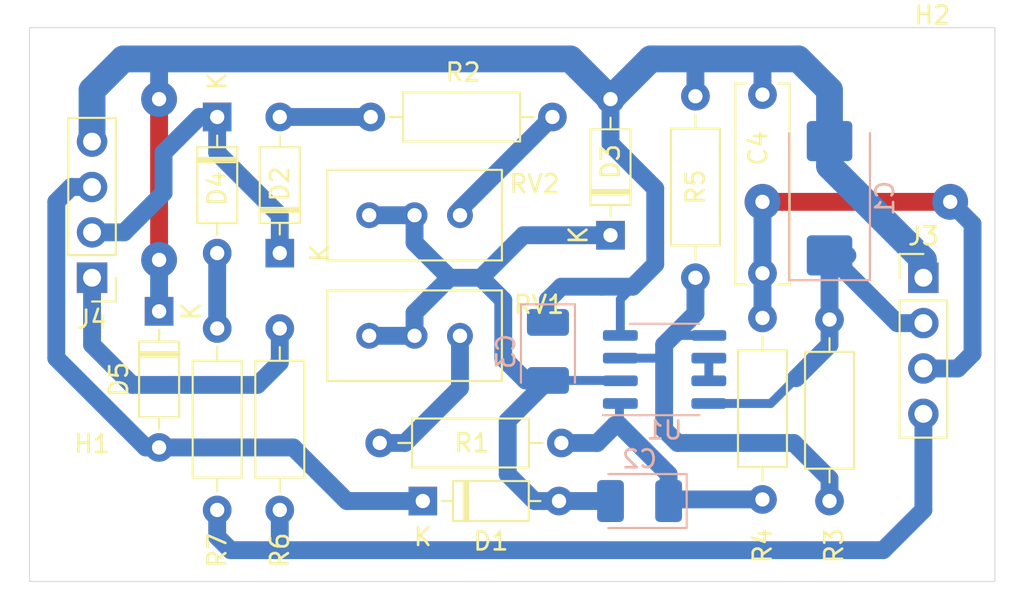
<source format=kicad_pcb>
(kicad_pcb (version 20171130) (host pcbnew "(5.1.12)-1")

  (general
    (thickness 1.6)
    (drawings 4)
    (tracks 141)
    (zones 0)
    (modules 23)
    (nets 16)
  )

  (page A4)
  (layers
    (0 F.Cu signal)
    (31 B.Cu signal)
    (32 B.Adhes user)
    (33 F.Adhes user)
    (34 B.Paste user)
    (35 F.Paste user)
    (36 B.SilkS user)
    (37 F.SilkS user)
    (38 B.Mask user)
    (39 F.Mask user)
    (40 Dwgs.User user)
    (41 Cmts.User user)
    (42 Eco1.User user)
    (43 Eco2.User user)
    (44 Edge.Cuts user)
    (45 Margin user)
    (46 B.CrtYd user)
    (47 F.CrtYd user)
    (48 B.Fab user)
    (49 F.Fab user)
  )

  (setup
    (last_trace_width 0.5)
    (user_trace_width 0.5)
    (user_trace_width 1)
    (user_trace_width 1.5)
    (user_trace_width 2)
    (trace_clearance 0.2)
    (zone_clearance 0.508)
    (zone_45_only no)
    (trace_min 0.2)
    (via_size 0.8)
    (via_drill 0.4)
    (via_min_size 0.4)
    (via_min_drill 0.3)
    (user_via 1 0.8)
    (user_via 2 0.8)
    (uvia_size 0.3)
    (uvia_drill 0.1)
    (uvias_allowed no)
    (uvia_min_size 0.2)
    (uvia_min_drill 0.1)
    (edge_width 0.05)
    (segment_width 0.2)
    (pcb_text_width 0.3)
    (pcb_text_size 1.5 1.5)
    (mod_edge_width 0.12)
    (mod_text_size 1 1)
    (mod_text_width 0.15)
    (pad_size 1.524 1.524)
    (pad_drill 0.762)
    (pad_to_mask_clearance 0)
    (aux_axis_origin 0 0)
    (visible_elements FFFFFF7F)
    (pcbplotparams
      (layerselection 0x010fc_ffffffff)
      (usegerberextensions false)
      (usegerberattributes true)
      (usegerberadvancedattributes true)
      (creategerberjobfile true)
      (excludeedgelayer true)
      (linewidth 0.100000)
      (plotframeref false)
      (viasonmask false)
      (mode 1)
      (useauxorigin false)
      (hpglpennumber 1)
      (hpglpenspeed 20)
      (hpglpendiameter 15.000000)
      (psnegative false)
      (psa4output false)
      (plotreference true)
      (plotvalue true)
      (plotinvisibletext false)
      (padsonsilk false)
      (subtractmaskfromsilk false)
      (outputformat 1)
      (mirror false)
      (drillshape 1)
      (scaleselection 1)
      (outputdirectory ""))
  )

  (net 0 "")
  (net 1 GND)
  (net 2 /Vcc)
  (net 3 "Net-(C2-Pad2)")
  (net 4 "Net-(C2-Pad1)")
  (net 5 "Net-(C4-Pad1)")
  (net 6 "Net-(D1-Pad1)")
  (net 7 "Net-(D2-Pad2)")
  (net 8 "Net-(D2-Pad1)")
  (net 9 "Net-(D4-Pad2)")
  (net 10 "Net-(J3-Pad4)")
  (net 11 "Net-(J4-Pad1)")
  (net 12 "Net-(R1-Pad2)")
  (net 13 "Net-(R2-Pad1)")
  (net 14 "Net-(R3-Pad2)")
  (net 15 "Net-(U1-Pad6)")

  (net_class Default "This is the default net class."
    (clearance 0.2)
    (trace_width 0.25)
    (via_dia 0.8)
    (via_drill 0.4)
    (uvia_dia 0.3)
    (uvia_drill 0.1)
    (add_net /Vcc)
    (add_net GND)
    (add_net "Net-(C2-Pad1)")
    (add_net "Net-(C2-Pad2)")
    (add_net "Net-(C4-Pad1)")
    (add_net "Net-(D1-Pad1)")
    (add_net "Net-(D2-Pad1)")
    (add_net "Net-(D2-Pad2)")
    (add_net "Net-(D4-Pad2)")
    (add_net "Net-(J3-Pad4)")
    (add_net "Net-(J4-Pad1)")
    (add_net "Net-(R1-Pad2)")
    (add_net "Net-(R2-Pad1)")
    (add_net "Net-(R3-Pad2)")
    (add_net "Net-(U1-Pad6)")
  )

  (module Package_SO:SOIC-8_3.9x4.9mm_P1.27mm (layer B.Cu) (tedit 5D9F72B1) (tstamp 61BF6B30)
    (at 75.525 49.135)
    (descr "SOIC, 8 Pin (JEDEC MS-012AA, https://www.analog.com/media/en/package-pcb-resources/package/pkg_pdf/soic_narrow-r/r_8.pdf), generated with kicad-footprint-generator ipc_gullwing_generator.py")
    (tags "SOIC SO")
    (path /61BF1185)
    (attr smd)
    (fp_text reference U1 (at 0 3.4) (layer B.SilkS)
      (effects (font (size 1 1) (thickness 0.15)) (justify mirror))
    )
    (fp_text value MCP6002-xMS (at 0 -3.4) (layer B.Fab)
      (effects (font (size 1 1) (thickness 0.15)) (justify mirror))
    )
    (fp_text user %R (at 0 0) (layer B.Fab)
      (effects (font (size 0.98 0.98) (thickness 0.15)) (justify mirror))
    )
    (fp_line (start 0 -2.56) (end 1.95 -2.56) (layer B.SilkS) (width 0.12))
    (fp_line (start 0 -2.56) (end -1.95 -2.56) (layer B.SilkS) (width 0.12))
    (fp_line (start 0 2.56) (end 1.95 2.56) (layer B.SilkS) (width 0.12))
    (fp_line (start 0 2.56) (end -3.45 2.56) (layer B.SilkS) (width 0.12))
    (fp_line (start -0.975 2.45) (end 1.95 2.45) (layer B.Fab) (width 0.1))
    (fp_line (start 1.95 2.45) (end 1.95 -2.45) (layer B.Fab) (width 0.1))
    (fp_line (start 1.95 -2.45) (end -1.95 -2.45) (layer B.Fab) (width 0.1))
    (fp_line (start -1.95 -2.45) (end -1.95 1.475) (layer B.Fab) (width 0.1))
    (fp_line (start -1.95 1.475) (end -0.975 2.45) (layer B.Fab) (width 0.1))
    (fp_line (start -3.7 2.7) (end -3.7 -2.7) (layer B.CrtYd) (width 0.05))
    (fp_line (start -3.7 -2.7) (end 3.7 -2.7) (layer B.CrtYd) (width 0.05))
    (fp_line (start 3.7 -2.7) (end 3.7 2.7) (layer B.CrtYd) (width 0.05))
    (fp_line (start 3.7 2.7) (end -3.7 2.7) (layer B.CrtYd) (width 0.05))
    (pad 8 smd roundrect (at 2.475 1.905) (size 1.95 0.6) (layers B.Cu B.Paste B.Mask) (roundrect_rratio 0.25)
      (net 2 /Vcc))
    (pad 7 smd roundrect (at 2.475 0.635) (size 1.95 0.6) (layers B.Cu B.Paste B.Mask) (roundrect_rratio 0.25)
      (net 15 "Net-(U1-Pad6)"))
    (pad 6 smd roundrect (at 2.475 -0.635) (size 1.95 0.6) (layers B.Cu B.Paste B.Mask) (roundrect_rratio 0.25)
      (net 15 "Net-(U1-Pad6)"))
    (pad 5 smd roundrect (at 2.475 -1.905) (size 1.95 0.6) (layers B.Cu B.Paste B.Mask) (roundrect_rratio 0.25)
      (net 14 "Net-(R3-Pad2)"))
    (pad 4 smd roundrect (at -2.475 -1.905) (size 1.95 0.6) (layers B.Cu B.Paste B.Mask) (roundrect_rratio 0.25)
      (net 1 GND))
    (pad 3 smd roundrect (at -2.475 -0.635) (size 1.95 0.6) (layers B.Cu B.Paste B.Mask) (roundrect_rratio 0.25)
      (net 14 "Net-(R3-Pad2)"))
    (pad 2 smd roundrect (at -2.475 0.635) (size 1.95 0.6) (layers B.Cu B.Paste B.Mask) (roundrect_rratio 0.25)
      (net 3 "Net-(C2-Pad2)"))
    (pad 1 smd roundrect (at -2.475 1.905) (size 1.95 0.6) (layers B.Cu B.Paste B.Mask) (roundrect_rratio 0.25)
      (net 4 "Net-(C2-Pad1)"))
    (model ${KISYS3DMOD}/Package_SO.3dshapes/SOIC-8_3.9x4.9mm_P1.27mm.wrl
      (at (xyz 0 0 0))
      (scale (xyz 1 1 1))
      (rotate (xyz 0 0 0))
    )
  )

  (module Potentiometer_THT:Potentiometer_Bourns_3296W_Vertical (layer F.Cu) (tedit 5A3D4994) (tstamp 61BF6B16)
    (at 59 40.5 180)
    (descr "Potentiometer, vertical, Bourns 3296W, https://www.bourns.com/pdfs/3296.pdf")
    (tags "Potentiometer vertical Bourns 3296W")
    (path /61BF3C0C)
    (fp_text reference RV2 (at -9.25 1.75) (layer F.SilkS)
      (effects (font (size 1 1) (thickness 0.15)))
    )
    (fp_text value 1k (at -4.25 -3.75) (layer F.Fab)
      (effects (font (size 1 1) (thickness 0.15)))
    )
    (fp_text user %R (at -3.14 0.3) (layer F.Fab)
      (effects (font (size 1 1) (thickness 0.15)))
    )
    (fp_circle (center 0.955 1.15) (end 2.05 1.15) (layer F.Fab) (width 0.1))
    (fp_line (start -7.305 -2.41) (end -7.305 2.42) (layer F.Fab) (width 0.1))
    (fp_line (start -7.305 2.42) (end 2.225 2.42) (layer F.Fab) (width 0.1))
    (fp_line (start 2.225 2.42) (end 2.225 -2.41) (layer F.Fab) (width 0.1))
    (fp_line (start 2.225 -2.41) (end -7.305 -2.41) (layer F.Fab) (width 0.1))
    (fp_line (start 0.955 2.235) (end 0.956 0.066) (layer F.Fab) (width 0.1))
    (fp_line (start 0.955 2.235) (end 0.956 0.066) (layer F.Fab) (width 0.1))
    (fp_line (start -7.425 -2.53) (end 2.345 -2.53) (layer F.SilkS) (width 0.12))
    (fp_line (start -7.425 2.54) (end 2.345 2.54) (layer F.SilkS) (width 0.12))
    (fp_line (start -7.425 -2.53) (end -7.425 2.54) (layer F.SilkS) (width 0.12))
    (fp_line (start 2.345 -2.53) (end 2.345 2.54) (layer F.SilkS) (width 0.12))
    (fp_line (start -7.6 -2.7) (end -7.6 2.7) (layer F.CrtYd) (width 0.05))
    (fp_line (start -7.6 2.7) (end 2.5 2.7) (layer F.CrtYd) (width 0.05))
    (fp_line (start 2.5 2.7) (end 2.5 -2.7) (layer F.CrtYd) (width 0.05))
    (fp_line (start 2.5 -2.7) (end -7.6 -2.7) (layer F.CrtYd) (width 0.05))
    (pad 3 thru_hole circle (at -5.08 0 180) (size 1.44 1.44) (drill 0.8) (layers *.Cu *.Mask)
      (net 13 "Net-(R2-Pad1)"))
    (pad 2 thru_hole circle (at -2.54 0 180) (size 1.44 1.44) (drill 0.8) (layers *.Cu *.Mask)
      (net 3 "Net-(C2-Pad2)"))
    (pad 1 thru_hole circle (at 0 0 180) (size 1.44 1.44) (drill 0.8) (layers *.Cu *.Mask)
      (net 3 "Net-(C2-Pad2)"))
    (model ${KISYS3DMOD}/Potentiometer_THT.3dshapes/Potentiometer_Bourns_3296W_Vertical.wrl
      (at (xyz 0 0 0))
      (scale (xyz 1 1 1))
      (rotate (xyz 0 0 0))
    )
  )

  (module Potentiometer_THT:Potentiometer_Bourns_3296W_Vertical (layer F.Cu) (tedit 5A3D4994) (tstamp 61BF6AFF)
    (at 59 47.25 180)
    (descr "Potentiometer, vertical, Bourns 3296W, https://www.bourns.com/pdfs/3296.pdf")
    (tags "Potentiometer vertical Bourns 3296W")
    (path /61C00FB4)
    (fp_text reference RV1 (at -9.5 1.75) (layer F.SilkS)
      (effects (font (size 1 1) (thickness 0.15)))
    )
    (fp_text value 10k (at -4.75 3.5) (layer F.Fab)
      (effects (font (size 1 1) (thickness 0.15)))
    )
    (fp_text user %R (at -3.175 0.005) (layer F.Fab)
      (effects (font (size 1 1) (thickness 0.15)))
    )
    (fp_circle (center 0.955 1.15) (end 2.05 1.15) (layer F.Fab) (width 0.1))
    (fp_line (start -7.305 -2.41) (end -7.305 2.42) (layer F.Fab) (width 0.1))
    (fp_line (start -7.305 2.42) (end 2.225 2.42) (layer F.Fab) (width 0.1))
    (fp_line (start 2.225 2.42) (end 2.225 -2.41) (layer F.Fab) (width 0.1))
    (fp_line (start 2.225 -2.41) (end -7.305 -2.41) (layer F.Fab) (width 0.1))
    (fp_line (start 0.955 2.235) (end 0.956 0.066) (layer F.Fab) (width 0.1))
    (fp_line (start 0.955 2.235) (end 0.956 0.066) (layer F.Fab) (width 0.1))
    (fp_line (start -7.425 -2.53) (end 2.345 -2.53) (layer F.SilkS) (width 0.12))
    (fp_line (start -7.425 2.54) (end 2.345 2.54) (layer F.SilkS) (width 0.12))
    (fp_line (start -7.425 -2.53) (end -7.425 2.54) (layer F.SilkS) (width 0.12))
    (fp_line (start 2.345 -2.53) (end 2.345 2.54) (layer F.SilkS) (width 0.12))
    (fp_line (start -7.6 -2.7) (end -7.6 2.7) (layer F.CrtYd) (width 0.05))
    (fp_line (start -7.6 2.7) (end 2.5 2.7) (layer F.CrtYd) (width 0.05))
    (fp_line (start 2.5 2.7) (end 2.5 -2.7) (layer F.CrtYd) (width 0.05))
    (fp_line (start 2.5 -2.7) (end -7.6 -2.7) (layer F.CrtYd) (width 0.05))
    (pad 3 thru_hole circle (at -5.08 0 180) (size 1.44 1.44) (drill 0.8) (layers *.Cu *.Mask)
      (net 12 "Net-(R1-Pad2)"))
    (pad 2 thru_hole circle (at -2.54 0 180) (size 1.44 1.44) (drill 0.8) (layers *.Cu *.Mask)
      (net 3 "Net-(C2-Pad2)"))
    (pad 1 thru_hole circle (at 0 0 180) (size 1.44 1.44) (drill 0.8) (layers *.Cu *.Mask)
      (net 3 "Net-(C2-Pad2)"))
    (model ${KISYS3DMOD}/Potentiometer_THT.3dshapes/Potentiometer_Bourns_3296W_Vertical.wrl
      (at (xyz 0 0 0))
      (scale (xyz 1 1 1))
      (rotate (xyz 0 0 0))
    )
  )

  (module Resistor_THT:R_Axial_DIN0207_L6.3mm_D2.5mm_P10.16mm_Horizontal (layer F.Cu) (tedit 5AE5139B) (tstamp 61BF6A64)
    (at 81 46.25 270)
    (descr "Resistor, Axial_DIN0207 series, Axial, Horizontal, pin pitch=10.16mm, 0.25W = 1/4W, length*diameter=6.3*2.5mm^2, http://cdn-reichelt.de/documents/datenblatt/B400/1_4W%23YAG.pdf")
    (tags "Resistor Axial_DIN0207 series Axial Horizontal pin pitch 10.16mm 0.25W = 1/4W length 6.3mm diameter 2.5mm")
    (path /61C595F7)
    (fp_text reference R4 (at 12.75 0 90) (layer F.SilkS)
      (effects (font (size 1 1) (thickness 0.15)))
    )
    (fp_text value 3.3k (at 5.08 2.37 90) (layer F.Fab)
      (effects (font (size 1 1) (thickness 0.15)))
    )
    (fp_text user %R (at 5.08 0 90) (layer F.Fab)
      (effects (font (size 1 1) (thickness 0.15)))
    )
    (fp_line (start 1.93 -1.25) (end 1.93 1.25) (layer F.Fab) (width 0.1))
    (fp_line (start 1.93 1.25) (end 8.23 1.25) (layer F.Fab) (width 0.1))
    (fp_line (start 8.23 1.25) (end 8.23 -1.25) (layer F.Fab) (width 0.1))
    (fp_line (start 8.23 -1.25) (end 1.93 -1.25) (layer F.Fab) (width 0.1))
    (fp_line (start 0 0) (end 1.93 0) (layer F.Fab) (width 0.1))
    (fp_line (start 10.16 0) (end 8.23 0) (layer F.Fab) (width 0.1))
    (fp_line (start 1.81 -1.37) (end 1.81 1.37) (layer F.SilkS) (width 0.12))
    (fp_line (start 1.81 1.37) (end 8.35 1.37) (layer F.SilkS) (width 0.12))
    (fp_line (start 8.35 1.37) (end 8.35 -1.37) (layer F.SilkS) (width 0.12))
    (fp_line (start 8.35 -1.37) (end 1.81 -1.37) (layer F.SilkS) (width 0.12))
    (fp_line (start 1.04 0) (end 1.81 0) (layer F.SilkS) (width 0.12))
    (fp_line (start 9.12 0) (end 8.35 0) (layer F.SilkS) (width 0.12))
    (fp_line (start -1.05 -1.5) (end -1.05 1.5) (layer F.CrtYd) (width 0.05))
    (fp_line (start -1.05 1.5) (end 11.21 1.5) (layer F.CrtYd) (width 0.05))
    (fp_line (start 11.21 1.5) (end 11.21 -1.5) (layer F.CrtYd) (width 0.05))
    (fp_line (start 11.21 -1.5) (end -1.05 -1.5) (layer F.CrtYd) (width 0.05))
    (pad 2 thru_hole oval (at 10.16 0 270) (size 1.6 1.6) (drill 0.8) (layers *.Cu *.Mask)
      (net 4 "Net-(C2-Pad1)"))
    (pad 1 thru_hole circle (at 0 0 270) (size 1.6 1.6) (drill 0.8) (layers *.Cu *.Mask)
      (net 5 "Net-(C4-Pad1)"))
    (model ${KISYS3DMOD}/Resistor_THT.3dshapes/R_Axial_DIN0207_L6.3mm_D2.5mm_P10.16mm_Horizontal.wrl
      (at (xyz 0 0 0))
      (scale (xyz 1 1 1))
      (rotate (xyz 0 0 0))
    )
  )

  (module Resistor_THT:R_Axial_DIN0207_L6.3mm_D2.5mm_P10.16mm_Horizontal (layer F.Cu) (tedit 5AE5139B) (tstamp 61BF6A4D)
    (at 84.75 46.34 270)
    (descr "Resistor, Axial_DIN0207 series, Axial, Horizontal, pin pitch=10.16mm, 0.25W = 1/4W, length*diameter=6.3*2.5mm^2, http://cdn-reichelt.de/documents/datenblatt/B400/1_4W%23YAG.pdf")
    (tags "Resistor Axial_DIN0207 series Axial Horizontal pin pitch 10.16mm 0.25W = 1/4W length 6.3mm diameter 2.5mm")
    (path /61C06FC8)
    (fp_text reference R3 (at 12.66 -0.25 90) (layer F.SilkS)
      (effects (font (size 1 1) (thickness 0.15)))
    )
    (fp_text value 47k (at 5.08 2.37 90) (layer F.Fab)
      (effects (font (size 1 1) (thickness 0.15)))
    )
    (fp_text user %R (at 5.08 0 90) (layer F.Fab)
      (effects (font (size 1 1) (thickness 0.15)))
    )
    (fp_line (start 1.93 -1.25) (end 1.93 1.25) (layer F.Fab) (width 0.1))
    (fp_line (start 1.93 1.25) (end 8.23 1.25) (layer F.Fab) (width 0.1))
    (fp_line (start 8.23 1.25) (end 8.23 -1.25) (layer F.Fab) (width 0.1))
    (fp_line (start 8.23 -1.25) (end 1.93 -1.25) (layer F.Fab) (width 0.1))
    (fp_line (start 0 0) (end 1.93 0) (layer F.Fab) (width 0.1))
    (fp_line (start 10.16 0) (end 8.23 0) (layer F.Fab) (width 0.1))
    (fp_line (start 1.81 -1.37) (end 1.81 1.37) (layer F.SilkS) (width 0.12))
    (fp_line (start 1.81 1.37) (end 8.35 1.37) (layer F.SilkS) (width 0.12))
    (fp_line (start 8.35 1.37) (end 8.35 -1.37) (layer F.SilkS) (width 0.12))
    (fp_line (start 8.35 -1.37) (end 1.81 -1.37) (layer F.SilkS) (width 0.12))
    (fp_line (start 1.04 0) (end 1.81 0) (layer F.SilkS) (width 0.12))
    (fp_line (start 9.12 0) (end 8.35 0) (layer F.SilkS) (width 0.12))
    (fp_line (start -1.05 -1.5) (end -1.05 1.5) (layer F.CrtYd) (width 0.05))
    (fp_line (start -1.05 1.5) (end 11.21 1.5) (layer F.CrtYd) (width 0.05))
    (fp_line (start 11.21 1.5) (end 11.21 -1.5) (layer F.CrtYd) (width 0.05))
    (fp_line (start 11.21 -1.5) (end -1.05 -1.5) (layer F.CrtYd) (width 0.05))
    (pad 2 thru_hole oval (at 10.16 0 270) (size 1.6 1.6) (drill 0.8) (layers *.Cu *.Mask)
      (net 14 "Net-(R3-Pad2)"))
    (pad 1 thru_hole circle (at 0 0 270) (size 1.6 1.6) (drill 0.8) (layers *.Cu *.Mask)
      (net 2 /Vcc))
    (model ${KISYS3DMOD}/Resistor_THT.3dshapes/R_Axial_DIN0207_L6.3mm_D2.5mm_P10.16mm_Horizontal.wrl
      (at (xyz 0 0 0))
      (scale (xyz 1 1 1))
      (rotate (xyz 0 0 0))
    )
  )

  (module Connector_PinHeader_2.54mm:PinHeader_1x04_P2.54mm_Vertical (layer F.Cu) (tedit 59FED5CC) (tstamp 61BF69DE)
    (at 43.5 44 180)
    (descr "Through hole straight pin header, 1x04, 2.54mm pitch, single row")
    (tags "Through hole pin header THT 1x04 2.54mm single row")
    (path /61BF09AA)
    (fp_text reference J4 (at 0 -2.33) (layer F.SilkS)
      (effects (font (size 1 1) (thickness 0.15)))
    )
    (fp_text value Conn_01x04 (at 0 9.95) (layer F.Fab)
      (effects (font (size 1 1) (thickness 0.15)))
    )
    (fp_text user %R (at 0 3.81 90) (layer F.Fab)
      (effects (font (size 1 1) (thickness 0.15)))
    )
    (fp_line (start -0.635 -1.27) (end 1.27 -1.27) (layer F.Fab) (width 0.1))
    (fp_line (start 1.27 -1.27) (end 1.27 8.89) (layer F.Fab) (width 0.1))
    (fp_line (start 1.27 8.89) (end -1.27 8.89) (layer F.Fab) (width 0.1))
    (fp_line (start -1.27 8.89) (end -1.27 -0.635) (layer F.Fab) (width 0.1))
    (fp_line (start -1.27 -0.635) (end -0.635 -1.27) (layer F.Fab) (width 0.1))
    (fp_line (start -1.33 8.95) (end 1.33 8.95) (layer F.SilkS) (width 0.12))
    (fp_line (start -1.33 1.27) (end -1.33 8.95) (layer F.SilkS) (width 0.12))
    (fp_line (start 1.33 1.27) (end 1.33 8.95) (layer F.SilkS) (width 0.12))
    (fp_line (start -1.33 1.27) (end 1.33 1.27) (layer F.SilkS) (width 0.12))
    (fp_line (start -1.33 0) (end -1.33 -1.33) (layer F.SilkS) (width 0.12))
    (fp_line (start -1.33 -1.33) (end 0 -1.33) (layer F.SilkS) (width 0.12))
    (fp_line (start -1.8 -1.8) (end -1.8 9.4) (layer F.CrtYd) (width 0.05))
    (fp_line (start -1.8 9.4) (end 1.8 9.4) (layer F.CrtYd) (width 0.05))
    (fp_line (start 1.8 9.4) (end 1.8 -1.8) (layer F.CrtYd) (width 0.05))
    (fp_line (start 1.8 -1.8) (end -1.8 -1.8) (layer F.CrtYd) (width 0.05))
    (pad 4 thru_hole oval (at 0 7.62 180) (size 1.7 1.7) (drill 1) (layers *.Cu *.Mask)
      (net 1 GND))
    (pad 3 thru_hole oval (at 0 5.08 180) (size 1.7 1.7) (drill 1) (layers *.Cu *.Mask)
      (net 6 "Net-(D1-Pad1)"))
    (pad 2 thru_hole oval (at 0 2.54 180) (size 1.7 1.7) (drill 1) (layers *.Cu *.Mask)
      (net 8 "Net-(D2-Pad1)"))
    (pad 1 thru_hole rect (at 0 0 180) (size 1.7 1.7) (drill 1) (layers *.Cu *.Mask)
      (net 11 "Net-(J4-Pad1)"))
    (model ${KISYS3DMOD}/Connector_PinHeader_2.54mm.3dshapes/PinHeader_1x04_P2.54mm_Vertical.wrl
      (at (xyz 0 0 0))
      (scale (xyz 1 1 1))
      (rotate (xyz 0 0 0))
    )
  )

  (module Connector_PinHeader_2.54mm:PinHeader_1x04_P2.54mm_Vertical (layer F.Cu) (tedit 59FED5CC) (tstamp 61BF69C6)
    (at 90 44)
    (descr "Through hole straight pin header, 1x04, 2.54mm pitch, single row")
    (tags "Through hole pin header THT 1x04 2.54mm single row")
    (path /61C23042)
    (fp_text reference J3 (at 0 -2.33) (layer F.SilkS)
      (effects (font (size 1 1) (thickness 0.15)))
    )
    (fp_text value Conn_01x04 (at 0 9.95) (layer F.Fab)
      (effects (font (size 1 1) (thickness 0.15)))
    )
    (fp_text user %R (at 0 3.81 90) (layer F.Fab)
      (effects (font (size 1 1) (thickness 0.15)))
    )
    (fp_line (start -0.635 -1.27) (end 1.27 -1.27) (layer F.Fab) (width 0.1))
    (fp_line (start 1.27 -1.27) (end 1.27 8.89) (layer F.Fab) (width 0.1))
    (fp_line (start 1.27 8.89) (end -1.27 8.89) (layer F.Fab) (width 0.1))
    (fp_line (start -1.27 8.89) (end -1.27 -0.635) (layer F.Fab) (width 0.1))
    (fp_line (start -1.27 -0.635) (end -0.635 -1.27) (layer F.Fab) (width 0.1))
    (fp_line (start -1.33 8.95) (end 1.33 8.95) (layer F.SilkS) (width 0.12))
    (fp_line (start -1.33 1.27) (end -1.33 8.95) (layer F.SilkS) (width 0.12))
    (fp_line (start 1.33 1.27) (end 1.33 8.95) (layer F.SilkS) (width 0.12))
    (fp_line (start -1.33 1.27) (end 1.33 1.27) (layer F.SilkS) (width 0.12))
    (fp_line (start -1.33 0) (end -1.33 -1.33) (layer F.SilkS) (width 0.12))
    (fp_line (start -1.33 -1.33) (end 0 -1.33) (layer F.SilkS) (width 0.12))
    (fp_line (start -1.8 -1.8) (end -1.8 9.4) (layer F.CrtYd) (width 0.05))
    (fp_line (start -1.8 9.4) (end 1.8 9.4) (layer F.CrtYd) (width 0.05))
    (fp_line (start 1.8 9.4) (end 1.8 -1.8) (layer F.CrtYd) (width 0.05))
    (fp_line (start 1.8 -1.8) (end -1.8 -1.8) (layer F.CrtYd) (width 0.05))
    (pad 4 thru_hole oval (at 0 7.62) (size 1.7 1.7) (drill 1) (layers *.Cu *.Mask)
      (net 10 "Net-(J3-Pad4)"))
    (pad 3 thru_hole oval (at 0 5.08) (size 1.7 1.7) (drill 1) (layers *.Cu *.Mask)
      (net 5 "Net-(C4-Pad1)"))
    (pad 2 thru_hole oval (at 0 2.54) (size 1.7 1.7) (drill 1) (layers *.Cu *.Mask)
      (net 2 /Vcc))
    (pad 1 thru_hole rect (at 0 0) (size 1.7 1.7) (drill 1) (layers *.Cu *.Mask)
      (net 1 GND))
    (model ${KISYS3DMOD}/Connector_PinHeader_2.54mm.3dshapes/PinHeader_1x04_P2.54mm_Vertical.wrl
      (at (xyz 0 0 0))
      (scale (xyz 1 1 1))
      (rotate (xyz 0 0 0))
    )
  )

  (module MountingHole:MountingHole_3.2mm_M3 (layer F.Cu) (tedit 56D1B4CB) (tstamp 61BF69AE)
    (at 90.5 33.5)
    (descr "Mounting Hole 3.2mm, no annular, M3")
    (tags "mounting hole 3.2mm no annular m3")
    (path /61D0BD73)
    (attr virtual)
    (fp_text reference H2 (at 0 -4.2) (layer F.SilkS)
      (effects (font (size 1 1) (thickness 0.15)))
    )
    (fp_text value MountingHole (at 0 4.2) (layer F.Fab)
      (effects (font (size 1 1) (thickness 0.15)))
    )
    (fp_text user %R (at 0.3 0) (layer F.Fab)
      (effects (font (size 1 1) (thickness 0.15)))
    )
    (fp_circle (center 0 0) (end 3.2 0) (layer Cmts.User) (width 0.15))
    (fp_circle (center 0 0) (end 3.45 0) (layer F.CrtYd) (width 0.05))
    (pad 1 np_thru_hole circle (at 0 0) (size 3.2 3.2) (drill 3.2) (layers *.Cu *.Mask))
  )

  (module Diode_THT:D_DO-35_SOD27_P7.62mm_Horizontal (layer F.Cu) (tedit 5AE50CD5) (tstamp 61BF6920)
    (at 72.5 41.62 90)
    (descr "Diode, DO-35_SOD27 series, Axial, Horizontal, pin pitch=7.62mm, , length*diameter=4*2mm^2, , http://www.diodes.com/_files/packages/DO-35.pdf")
    (tags "Diode DO-35_SOD27 series Axial Horizontal pin pitch 7.62mm  length 4mm diameter 2mm")
    (path /61BF3F19)
    (fp_text reference D3 (at 4.12 0 90) (layer F.SilkS)
      (effects (font (size 1 1) (thickness 0.15)))
    )
    (fp_text value 1N4148 (at 3.81 2.12 90) (layer F.Fab)
      (effects (font (size 1 1) (thickness 0.15)))
    )
    (fp_text user K (at 0 -1.8 90) (layer F.SilkS)
      (effects (font (size 1 1) (thickness 0.15)))
    )
    (fp_text user K (at 0 -1.8 90) (layer F.Fab)
      (effects (font (size 1 1) (thickness 0.15)))
    )
    (fp_text user %R (at 4.11 0 90) (layer F.Fab)
      (effects (font (size 0.8 0.8) (thickness 0.12)))
    )
    (fp_line (start 1.81 -1) (end 1.81 1) (layer F.Fab) (width 0.1))
    (fp_line (start 1.81 1) (end 5.81 1) (layer F.Fab) (width 0.1))
    (fp_line (start 5.81 1) (end 5.81 -1) (layer F.Fab) (width 0.1))
    (fp_line (start 5.81 -1) (end 1.81 -1) (layer F.Fab) (width 0.1))
    (fp_line (start 0 0) (end 1.81 0) (layer F.Fab) (width 0.1))
    (fp_line (start 7.62 0) (end 5.81 0) (layer F.Fab) (width 0.1))
    (fp_line (start 2.41 -1) (end 2.41 1) (layer F.Fab) (width 0.1))
    (fp_line (start 2.51 -1) (end 2.51 1) (layer F.Fab) (width 0.1))
    (fp_line (start 2.31 -1) (end 2.31 1) (layer F.Fab) (width 0.1))
    (fp_line (start 1.69 -1.12) (end 1.69 1.12) (layer F.SilkS) (width 0.12))
    (fp_line (start 1.69 1.12) (end 5.93 1.12) (layer F.SilkS) (width 0.12))
    (fp_line (start 5.93 1.12) (end 5.93 -1.12) (layer F.SilkS) (width 0.12))
    (fp_line (start 5.93 -1.12) (end 1.69 -1.12) (layer F.SilkS) (width 0.12))
    (fp_line (start 1.04 0) (end 1.69 0) (layer F.SilkS) (width 0.12))
    (fp_line (start 6.58 0) (end 5.93 0) (layer F.SilkS) (width 0.12))
    (fp_line (start 2.41 -1.12) (end 2.41 1.12) (layer F.SilkS) (width 0.12))
    (fp_line (start 2.53 -1.12) (end 2.53 1.12) (layer F.SilkS) (width 0.12))
    (fp_line (start 2.29 -1.12) (end 2.29 1.12) (layer F.SilkS) (width 0.12))
    (fp_line (start -1.05 -1.25) (end -1.05 1.25) (layer F.CrtYd) (width 0.05))
    (fp_line (start -1.05 1.25) (end 8.67 1.25) (layer F.CrtYd) (width 0.05))
    (fp_line (start 8.67 1.25) (end 8.67 -1.25) (layer F.CrtYd) (width 0.05))
    (fp_line (start 8.67 -1.25) (end -1.05 -1.25) (layer F.CrtYd) (width 0.05))
    (pad 2 thru_hole oval (at 7.62 0 90) (size 1.6 1.6) (drill 0.8) (layers *.Cu *.Mask)
      (net 1 GND))
    (pad 1 thru_hole rect (at 0 0 90) (size 1.6 1.6) (drill 0.8) (layers *.Cu *.Mask)
      (net 3 "Net-(C2-Pad2)"))
    (model ${KISYS3DMOD}/Diode_THT.3dshapes/D_DO-35_SOD27_P7.62mm_Horizontal.wrl
      (at (xyz 0 0 0))
      (scale (xyz 1 1 1))
      (rotate (xyz 0 0 0))
    )
  )

  (module Capacitor_THT:C_Rect_L11.0mm_W2.8mm_P10.00mm_MKT (layer F.Cu) (tedit 5AE50EF0) (tstamp 61BF6889)
    (at 81 43.75 90)
    (descr "C, Rect series, Radial, pin pitch=10.00mm, , length*width=11.0*2.8mm^2, Capacitor, https://en.tdk.eu/inf/20/20/db/fc_2009/MKT_B32560_564.pdf")
    (tags "C Rect series Radial pin pitch 10.00mm  length 11.0mm width 2.8mm Capacitor")
    (path /61BF353C)
    (fp_text reference C4 (at 7 -0.25 90) (layer F.SilkS)
      (effects (font (size 1 1) (thickness 0.15)))
    )
    (fp_text value 1000p (at 5 2.65 90) (layer F.Fab)
      (effects (font (size 1 1) (thickness 0.15)))
    )
    (fp_text user %R (at 5 0 90) (layer F.Fab)
      (effects (font (size 1 1) (thickness 0.15)))
    )
    (fp_line (start -0.5 -1.4) (end -0.5 1.4) (layer F.Fab) (width 0.1))
    (fp_line (start -0.5 1.4) (end 10.5 1.4) (layer F.Fab) (width 0.1))
    (fp_line (start 10.5 1.4) (end 10.5 -1.4) (layer F.Fab) (width 0.1))
    (fp_line (start 10.5 -1.4) (end -0.5 -1.4) (layer F.Fab) (width 0.1))
    (fp_line (start -0.62 -1.52) (end 10.62 -1.52) (layer F.SilkS) (width 0.12))
    (fp_line (start -0.62 1.52) (end 10.62 1.52) (layer F.SilkS) (width 0.12))
    (fp_line (start -0.62 -1.52) (end -0.62 -0.925) (layer F.SilkS) (width 0.12))
    (fp_line (start -0.62 0.925) (end -0.62 1.52) (layer F.SilkS) (width 0.12))
    (fp_line (start 10.62 -1.52) (end 10.62 -0.925) (layer F.SilkS) (width 0.12))
    (fp_line (start 10.62 0.925) (end 10.62 1.52) (layer F.SilkS) (width 0.12))
    (fp_line (start -1.05 -1.65) (end -1.05 1.65) (layer F.CrtYd) (width 0.05))
    (fp_line (start -1.05 1.65) (end 11.05 1.65) (layer F.CrtYd) (width 0.05))
    (fp_line (start 11.05 1.65) (end 11.05 -1.65) (layer F.CrtYd) (width 0.05))
    (fp_line (start 11.05 -1.65) (end -1.05 -1.65) (layer F.CrtYd) (width 0.05))
    (pad 2 thru_hole circle (at 10 0 90) (size 1.6 1.6) (drill 0.8) (layers *.Cu *.Mask)
      (net 1 GND))
    (pad 1 thru_hole circle (at 0 0 90) (size 1.6 1.6) (drill 0.8) (layers *.Cu *.Mask)
      (net 5 "Net-(C4-Pad1)"))
    (model ${KISYS3DMOD}/Capacitor_THT.3dshapes/C_Rect_L11.0mm_W2.8mm_P10.00mm_MKT.wrl
      (at (xyz 0 0 0))
      (scale (xyz 1 1 1))
      (rotate (xyz 0 0 0))
    )
  )

  (module Capacitor_Tantalum_SMD:CP_EIA-3528-21_Kemet-B_Pad1.50x2.35mm_HandSolder (layer B.Cu) (tedit 5EBA9318) (tstamp 61BF6874)
    (at 69 48.125 270)
    (descr "Tantalum Capacitor SMD Kemet-B (3528-21 Metric), IPC_7351 nominal, (Body size from: http://www.kemet.com/Lists/ProductCatalog/Attachments/253/KEM_TC101_STD.pdf), generated with kicad-footprint-generator")
    (tags "capacitor tantalum")
    (path /61C0C858)
    (attr smd)
    (fp_text reference C3 (at 0 2.35 90) (layer B.SilkS)
      (effects (font (size 1 1) (thickness 0.15)) (justify mirror))
    )
    (fp_text value 47u (at 0 -2.35 90) (layer B.Fab)
      (effects (font (size 1 1) (thickness 0.15)) (justify mirror))
    )
    (fp_text user %R (at 0 0 90) (layer B.Fab)
      (effects (font (size 0.88 0.88) (thickness 0.13)) (justify mirror))
    )
    (fp_line (start 1.75 1.4) (end -1.05 1.4) (layer B.Fab) (width 0.1))
    (fp_line (start -1.05 1.4) (end -1.75 0.7) (layer B.Fab) (width 0.1))
    (fp_line (start -1.75 0.7) (end -1.75 -1.4) (layer B.Fab) (width 0.1))
    (fp_line (start -1.75 -1.4) (end 1.75 -1.4) (layer B.Fab) (width 0.1))
    (fp_line (start 1.75 -1.4) (end 1.75 1.4) (layer B.Fab) (width 0.1))
    (fp_line (start 1.75 1.51) (end -2.635 1.51) (layer B.SilkS) (width 0.12))
    (fp_line (start -2.635 1.51) (end -2.635 -1.51) (layer B.SilkS) (width 0.12))
    (fp_line (start -2.635 -1.51) (end 1.75 -1.51) (layer B.SilkS) (width 0.12))
    (fp_line (start -2.62 -1.65) (end -2.62 1.65) (layer B.CrtYd) (width 0.05))
    (fp_line (start -2.62 1.65) (end 2.62 1.65) (layer B.CrtYd) (width 0.05))
    (fp_line (start 2.62 1.65) (end 2.62 -1.65) (layer B.CrtYd) (width 0.05))
    (fp_line (start 2.62 -1.65) (end -2.62 -1.65) (layer B.CrtYd) (width 0.05))
    (pad 2 smd roundrect (at 1.625 0 270) (size 1.5 2.35) (layers B.Cu B.Paste B.Mask) (roundrect_rratio 0.166667)
      (net 3 "Net-(C2-Pad2)"))
    (pad 1 smd roundrect (at -1.625 0 270) (size 1.5 2.35) (layers B.Cu B.Paste B.Mask) (roundrect_rratio 0.166667)
      (net 1 GND))
    (model ${KISYS3DMOD}/Capacitor_Tantalum_SMD.3dshapes/CP_EIA-3528-21_Kemet-B.wrl
      (at (xyz 0 0 0))
      (scale (xyz 1 1 1))
      (rotate (xyz 0 0 0))
    )
  )

  (module Capacitor_Tantalum_SMD:CP_EIA-3528-21_Kemet-B_Pad1.50x2.35mm_HandSolder (layer B.Cu) (tedit 5EBA9318) (tstamp 61BF6861)
    (at 74.125 56.5 180)
    (descr "Tantalum Capacitor SMD Kemet-B (3528-21 Metric), IPC_7351 nominal, (Body size from: http://www.kemet.com/Lists/ProductCatalog/Attachments/253/KEM_TC101_STD.pdf), generated with kicad-footprint-generator")
    (tags "capacitor tantalum")
    (path /61BFF6DC)
    (attr smd)
    (fp_text reference C2 (at 0 2.35) (layer B.SilkS)
      (effects (font (size 1 1) (thickness 0.15)) (justify mirror))
    )
    (fp_text value 47u (at 0 -2.35) (layer B.Fab)
      (effects (font (size 1 1) (thickness 0.15)) (justify mirror))
    )
    (fp_text user %R (at 0 0) (layer B.Fab)
      (effects (font (size 0.88 0.88) (thickness 0.13)) (justify mirror))
    )
    (fp_line (start 1.75 1.4) (end -1.05 1.4) (layer B.Fab) (width 0.1))
    (fp_line (start -1.05 1.4) (end -1.75 0.7) (layer B.Fab) (width 0.1))
    (fp_line (start -1.75 0.7) (end -1.75 -1.4) (layer B.Fab) (width 0.1))
    (fp_line (start -1.75 -1.4) (end 1.75 -1.4) (layer B.Fab) (width 0.1))
    (fp_line (start 1.75 -1.4) (end 1.75 1.4) (layer B.Fab) (width 0.1))
    (fp_line (start 1.75 1.51) (end -2.635 1.51) (layer B.SilkS) (width 0.12))
    (fp_line (start -2.635 1.51) (end -2.635 -1.51) (layer B.SilkS) (width 0.12))
    (fp_line (start -2.635 -1.51) (end 1.75 -1.51) (layer B.SilkS) (width 0.12))
    (fp_line (start -2.62 -1.65) (end -2.62 1.65) (layer B.CrtYd) (width 0.05))
    (fp_line (start -2.62 1.65) (end 2.62 1.65) (layer B.CrtYd) (width 0.05))
    (fp_line (start 2.62 1.65) (end 2.62 -1.65) (layer B.CrtYd) (width 0.05))
    (fp_line (start 2.62 -1.65) (end -2.62 -1.65) (layer B.CrtYd) (width 0.05))
    (pad 2 smd roundrect (at 1.625 0 180) (size 1.5 2.35) (layers B.Cu B.Paste B.Mask) (roundrect_rratio 0.166667)
      (net 3 "Net-(C2-Pad2)"))
    (pad 1 smd roundrect (at -1.625 0 180) (size 1.5 2.35) (layers B.Cu B.Paste B.Mask) (roundrect_rratio 0.166667)
      (net 4 "Net-(C2-Pad1)"))
    (model ${KISYS3DMOD}/Capacitor_Tantalum_SMD.3dshapes/CP_EIA-3528-21_Kemet-B.wrl
      (at (xyz 0 0 0))
      (scale (xyz 1 1 1))
      (rotate (xyz 0 0 0))
    )
  )

  (module Capacitor_Tantalum_SMD:CP_EIA-7343-31_Kemet-D_Pad2.25x2.55mm_HandSolder (layer B.Cu) (tedit 5EBA9318) (tstamp 61BF684E)
    (at 84.75 39.55 90)
    (descr "Tantalum Capacitor SMD Kemet-D (7343-31 Metric), IPC_7351 nominal, (Body size from: http://www.kemet.com/Lists/ProductCatalog/Attachments/253/KEM_TC101_STD.pdf), generated with kicad-footprint-generator")
    (tags "capacitor tantalum")
    (path /61C3CF22)
    (attr smd)
    (fp_text reference C1 (at 0 3.1 90) (layer B.SilkS)
      (effects (font (size 1 1) (thickness 0.15)) (justify mirror))
    )
    (fp_text value 22u (at 0 -3.1 90) (layer B.Fab)
      (effects (font (size 1 1) (thickness 0.15)) (justify mirror))
    )
    (fp_text user %R (at 0 0 90) (layer B.Fab)
      (effects (font (size 1 1) (thickness 0.15)) (justify mirror))
    )
    (fp_line (start 3.65 2.15) (end -2.65 2.15) (layer B.Fab) (width 0.1))
    (fp_line (start -2.65 2.15) (end -3.65 1.15) (layer B.Fab) (width 0.1))
    (fp_line (start -3.65 1.15) (end -3.65 -2.15) (layer B.Fab) (width 0.1))
    (fp_line (start -3.65 -2.15) (end 3.65 -2.15) (layer B.Fab) (width 0.1))
    (fp_line (start 3.65 -2.15) (end 3.65 2.15) (layer B.Fab) (width 0.1))
    (fp_line (start 3.65 2.26) (end -4.585 2.26) (layer B.SilkS) (width 0.12))
    (fp_line (start -4.585 2.26) (end -4.585 -2.26) (layer B.SilkS) (width 0.12))
    (fp_line (start -4.585 -2.26) (end 3.65 -2.26) (layer B.SilkS) (width 0.12))
    (fp_line (start -4.58 -2.4) (end -4.58 2.4) (layer B.CrtYd) (width 0.05))
    (fp_line (start -4.58 2.4) (end 4.58 2.4) (layer B.CrtYd) (width 0.05))
    (fp_line (start 4.58 2.4) (end 4.58 -2.4) (layer B.CrtYd) (width 0.05))
    (fp_line (start 4.58 -2.4) (end -4.58 -2.4) (layer B.CrtYd) (width 0.05))
    (pad 2 smd roundrect (at 3.2 0 90) (size 2.25 2.55) (layers B.Cu B.Paste B.Mask) (roundrect_rratio 0.111111)
      (net 1 GND))
    (pad 1 smd roundrect (at -3.2 0 90) (size 2.25 2.55) (layers B.Cu B.Paste B.Mask) (roundrect_rratio 0.111111)
      (net 2 /Vcc))
    (model ${KISYS3DMOD}/Capacitor_Tantalum_SMD.3dshapes/CP_EIA-7343-31_Kemet-D.wrl
      (at (xyz 0 0 0))
      (scale (xyz 1 1 1))
      (rotate (xyz 0 0 0))
    )
  )

  (module Resistor_THT:R_Axial_DIN0207_L6.3mm_D2.5mm_P10.16mm_Horizontal (layer F.Cu) (tedit 5AE5139B) (tstamp 61BF2E7F)
    (at 50.5 46.84 270)
    (descr "Resistor, Axial_DIN0207 series, Axial, Horizontal, pin pitch=10.16mm, 0.25W = 1/4W, length*diameter=6.3*2.5mm^2, http://cdn-reichelt.de/documents/datenblatt/B400/1_4W%23YAG.pdf")
    (tags "Resistor Axial_DIN0207 series Axial Horizontal pin pitch 10.16mm 0.25W = 1/4W length 6.3mm diameter 2.5mm")
    (path /61C2E6E9)
    (fp_text reference R7 (at 12.41 0 90) (layer F.SilkS)
      (effects (font (size 1 1) (thickness 0.15)))
    )
    (fp_text value 1k (at 5.08 2.37 90) (layer F.Fab)
      (effects (font (size 1 1) (thickness 0.15)))
    )
    (fp_text user %R (at 5.08 0 90) (layer F.Fab)
      (effects (font (size 1 1) (thickness 0.15)))
    )
    (fp_line (start 1.93 -1.25) (end 1.93 1.25) (layer F.Fab) (width 0.1))
    (fp_line (start 1.93 1.25) (end 8.23 1.25) (layer F.Fab) (width 0.1))
    (fp_line (start 8.23 1.25) (end 8.23 -1.25) (layer F.Fab) (width 0.1))
    (fp_line (start 8.23 -1.25) (end 1.93 -1.25) (layer F.Fab) (width 0.1))
    (fp_line (start 0 0) (end 1.93 0) (layer F.Fab) (width 0.1))
    (fp_line (start 10.16 0) (end 8.23 0) (layer F.Fab) (width 0.1))
    (fp_line (start 1.81 -1.37) (end 1.81 1.37) (layer F.SilkS) (width 0.12))
    (fp_line (start 1.81 1.37) (end 8.35 1.37) (layer F.SilkS) (width 0.12))
    (fp_line (start 8.35 1.37) (end 8.35 -1.37) (layer F.SilkS) (width 0.12))
    (fp_line (start 8.35 -1.37) (end 1.81 -1.37) (layer F.SilkS) (width 0.12))
    (fp_line (start 1.04 0) (end 1.81 0) (layer F.SilkS) (width 0.12))
    (fp_line (start 9.12 0) (end 8.35 0) (layer F.SilkS) (width 0.12))
    (fp_line (start -1.05 -1.5) (end -1.05 1.5) (layer F.CrtYd) (width 0.05))
    (fp_line (start -1.05 1.5) (end 11.21 1.5) (layer F.CrtYd) (width 0.05))
    (fp_line (start 11.21 1.5) (end 11.21 -1.5) (layer F.CrtYd) (width 0.05))
    (fp_line (start 11.21 -1.5) (end -1.05 -1.5) (layer F.CrtYd) (width 0.05))
    (pad 2 thru_hole oval (at 10.16 0 270) (size 1.6 1.6) (drill 0.8) (layers *.Cu *.Mask)
      (net 10 "Net-(J3-Pad4)"))
    (pad 1 thru_hole circle (at 0 0 270) (size 1.6 1.6) (drill 0.8) (layers *.Cu *.Mask)
      (net 9 "Net-(D4-Pad2)"))
    (model ${KISYS3DMOD}/Resistor_THT.3dshapes/R_Axial_DIN0207_L6.3mm_D2.5mm_P10.16mm_Horizontal.wrl
      (at (xyz 0 0 0))
      (scale (xyz 1 1 1))
      (rotate (xyz 0 0 0))
    )
  )

  (module Resistor_THT:R_Axial_DIN0207_L6.3mm_D2.5mm_P10.16mm_Horizontal (layer F.Cu) (tedit 5AE5139B) (tstamp 61BF2E68)
    (at 54 46.84 270)
    (descr "Resistor, Axial_DIN0207 series, Axial, Horizontal, pin pitch=10.16mm, 0.25W = 1/4W, length*diameter=6.3*2.5mm^2, http://cdn-reichelt.de/documents/datenblatt/B400/1_4W%23YAG.pdf")
    (tags "Resistor Axial_DIN0207 series Axial Horizontal pin pitch 10.16mm 0.25W = 1/4W length 6.3mm diameter 2.5mm")
    (path /61C2FAEA)
    (fp_text reference R6 (at 12.41 0 90) (layer F.SilkS)
      (effects (font (size 1 1) (thickness 0.15)))
    )
    (fp_text value 300 (at 5.08 2.37 90) (layer F.Fab)
      (effects (font (size 1 1) (thickness 0.15)))
    )
    (fp_text user %R (at 5.08 0 90) (layer F.Fab)
      (effects (font (size 1 1) (thickness 0.15)))
    )
    (fp_line (start 1.93 -1.25) (end 1.93 1.25) (layer F.Fab) (width 0.1))
    (fp_line (start 1.93 1.25) (end 8.23 1.25) (layer F.Fab) (width 0.1))
    (fp_line (start 8.23 1.25) (end 8.23 -1.25) (layer F.Fab) (width 0.1))
    (fp_line (start 8.23 -1.25) (end 1.93 -1.25) (layer F.Fab) (width 0.1))
    (fp_line (start 0 0) (end 1.93 0) (layer F.Fab) (width 0.1))
    (fp_line (start 10.16 0) (end 8.23 0) (layer F.Fab) (width 0.1))
    (fp_line (start 1.81 -1.37) (end 1.81 1.37) (layer F.SilkS) (width 0.12))
    (fp_line (start 1.81 1.37) (end 8.35 1.37) (layer F.SilkS) (width 0.12))
    (fp_line (start 8.35 1.37) (end 8.35 -1.37) (layer F.SilkS) (width 0.12))
    (fp_line (start 8.35 -1.37) (end 1.81 -1.37) (layer F.SilkS) (width 0.12))
    (fp_line (start 1.04 0) (end 1.81 0) (layer F.SilkS) (width 0.12))
    (fp_line (start 9.12 0) (end 8.35 0) (layer F.SilkS) (width 0.12))
    (fp_line (start -1.05 -1.5) (end -1.05 1.5) (layer F.CrtYd) (width 0.05))
    (fp_line (start -1.05 1.5) (end 11.21 1.5) (layer F.CrtYd) (width 0.05))
    (fp_line (start 11.21 1.5) (end 11.21 -1.5) (layer F.CrtYd) (width 0.05))
    (fp_line (start 11.21 -1.5) (end -1.05 -1.5) (layer F.CrtYd) (width 0.05))
    (pad 2 thru_hole oval (at 10.16 0 270) (size 1.6 1.6) (drill 0.8) (layers *.Cu *.Mask)
      (net 10 "Net-(J3-Pad4)"))
    (pad 1 thru_hole circle (at 0 0 270) (size 1.6 1.6) (drill 0.8) (layers *.Cu *.Mask)
      (net 11 "Net-(J4-Pad1)"))
    (model ${KISYS3DMOD}/Resistor_THT.3dshapes/R_Axial_DIN0207_L6.3mm_D2.5mm_P10.16mm_Horizontal.wrl
      (at (xyz 0 0 0))
      (scale (xyz 1 1 1))
      (rotate (xyz 0 0 0))
    )
  )

  (module Resistor_THT:R_Axial_DIN0207_L6.3mm_D2.5mm_P10.16mm_Horizontal (layer F.Cu) (tedit 5AE5139B) (tstamp 61BF2E51)
    (at 77.25 44 90)
    (descr "Resistor, Axial_DIN0207 series, Axial, Horizontal, pin pitch=10.16mm, 0.25W = 1/4W, length*diameter=6.3*2.5mm^2, http://cdn-reichelt.de/documents/datenblatt/B400/1_4W%23YAG.pdf")
    (tags "Resistor Axial_DIN0207 series Axial Horizontal pin pitch 10.16mm 0.25W = 1/4W length 6.3mm diameter 2.5mm")
    (path /61C07CFC)
    (fp_text reference R5 (at 5.08 0 90) (layer F.SilkS)
      (effects (font (size 1 1) (thickness 0.15)))
    )
    (fp_text value 1k (at 5.08 2.37 90) (layer F.Fab)
      (effects (font (size 1 1) (thickness 0.15)))
    )
    (fp_text user %R (at 5.08 0 90) (layer F.Fab)
      (effects (font (size 1 1) (thickness 0.15)))
    )
    (fp_line (start 1.93 -1.25) (end 1.93 1.25) (layer F.Fab) (width 0.1))
    (fp_line (start 1.93 1.25) (end 8.23 1.25) (layer F.Fab) (width 0.1))
    (fp_line (start 8.23 1.25) (end 8.23 -1.25) (layer F.Fab) (width 0.1))
    (fp_line (start 8.23 -1.25) (end 1.93 -1.25) (layer F.Fab) (width 0.1))
    (fp_line (start 0 0) (end 1.93 0) (layer F.Fab) (width 0.1))
    (fp_line (start 10.16 0) (end 8.23 0) (layer F.Fab) (width 0.1))
    (fp_line (start 1.81 -1.37) (end 1.81 1.37) (layer F.SilkS) (width 0.12))
    (fp_line (start 1.81 1.37) (end 8.35 1.37) (layer F.SilkS) (width 0.12))
    (fp_line (start 8.35 1.37) (end 8.35 -1.37) (layer F.SilkS) (width 0.12))
    (fp_line (start 8.35 -1.37) (end 1.81 -1.37) (layer F.SilkS) (width 0.12))
    (fp_line (start 1.04 0) (end 1.81 0) (layer F.SilkS) (width 0.12))
    (fp_line (start 9.12 0) (end 8.35 0) (layer F.SilkS) (width 0.12))
    (fp_line (start -1.05 -1.5) (end -1.05 1.5) (layer F.CrtYd) (width 0.05))
    (fp_line (start -1.05 1.5) (end 11.21 1.5) (layer F.CrtYd) (width 0.05))
    (fp_line (start 11.21 1.5) (end 11.21 -1.5) (layer F.CrtYd) (width 0.05))
    (fp_line (start 11.21 -1.5) (end -1.05 -1.5) (layer F.CrtYd) (width 0.05))
    (pad 2 thru_hole oval (at 10.16 0 90) (size 1.6 1.6) (drill 0.8) (layers *.Cu *.Mask)
      (net 1 GND))
    (pad 1 thru_hole circle (at 0 0 90) (size 1.6 1.6) (drill 0.8) (layers *.Cu *.Mask)
      (net 14 "Net-(R3-Pad2)"))
    (model ${KISYS3DMOD}/Resistor_THT.3dshapes/R_Axial_DIN0207_L6.3mm_D2.5mm_P10.16mm_Horizontal.wrl
      (at (xyz 0 0 0))
      (scale (xyz 1 1 1))
      (rotate (xyz 0 0 0))
    )
  )

  (module Resistor_THT:R_Axial_DIN0207_L6.3mm_D2.5mm_P10.16mm_Horizontal (layer F.Cu) (tedit 5AE5139B) (tstamp 61BF2E0C)
    (at 69.25 35 180)
    (descr "Resistor, Axial_DIN0207 series, Axial, Horizontal, pin pitch=10.16mm, 0.25W = 1/4W, length*diameter=6.3*2.5mm^2, http://cdn-reichelt.de/documents/datenblatt/B400/1_4W%23YAG.pdf")
    (tags "Resistor Axial_DIN0207 series Axial Horizontal pin pitch 10.16mm 0.25W = 1/4W length 6.3mm diameter 2.5mm")
    (path /61C213F6)
    (fp_text reference R2 (at 5 2.5) (layer F.SilkS)
      (effects (font (size 1 1) (thickness 0.15)))
    )
    (fp_text value 560 (at 5 0) (layer F.Fab)
      (effects (font (size 1 1) (thickness 0.15)))
    )
    (fp_text user %R (at 5.08 0) (layer F.Fab)
      (effects (font (size 1 1) (thickness 0.15)))
    )
    (fp_line (start 1.93 -1.25) (end 1.93 1.25) (layer F.Fab) (width 0.1))
    (fp_line (start 1.93 1.25) (end 8.23 1.25) (layer F.Fab) (width 0.1))
    (fp_line (start 8.23 1.25) (end 8.23 -1.25) (layer F.Fab) (width 0.1))
    (fp_line (start 8.23 -1.25) (end 1.93 -1.25) (layer F.Fab) (width 0.1))
    (fp_line (start 0 0) (end 1.93 0) (layer F.Fab) (width 0.1))
    (fp_line (start 10.16 0) (end 8.23 0) (layer F.Fab) (width 0.1))
    (fp_line (start 1.81 -1.37) (end 1.81 1.37) (layer F.SilkS) (width 0.12))
    (fp_line (start 1.81 1.37) (end 8.35 1.37) (layer F.SilkS) (width 0.12))
    (fp_line (start 8.35 1.37) (end 8.35 -1.37) (layer F.SilkS) (width 0.12))
    (fp_line (start 8.35 -1.37) (end 1.81 -1.37) (layer F.SilkS) (width 0.12))
    (fp_line (start 1.04 0) (end 1.81 0) (layer F.SilkS) (width 0.12))
    (fp_line (start 9.12 0) (end 8.35 0) (layer F.SilkS) (width 0.12))
    (fp_line (start -1.05 -1.5) (end -1.05 1.5) (layer F.CrtYd) (width 0.05))
    (fp_line (start -1.05 1.5) (end 11.21 1.5) (layer F.CrtYd) (width 0.05))
    (fp_line (start 11.21 1.5) (end 11.21 -1.5) (layer F.CrtYd) (width 0.05))
    (fp_line (start 11.21 -1.5) (end -1.05 -1.5) (layer F.CrtYd) (width 0.05))
    (pad 2 thru_hole oval (at 10.16 0 180) (size 1.6 1.6) (drill 0.8) (layers *.Cu *.Mask)
      (net 7 "Net-(D2-Pad2)"))
    (pad 1 thru_hole circle (at 0 0 180) (size 1.6 1.6) (drill 0.8) (layers *.Cu *.Mask)
      (net 13 "Net-(R2-Pad1)"))
    (model ${KISYS3DMOD}/Resistor_THT.3dshapes/R_Axial_DIN0207_L6.3mm_D2.5mm_P10.16mm_Horizontal.wrl
      (at (xyz 0 0 0))
      (scale (xyz 1 1 1))
      (rotate (xyz 0 0 0))
    )
  )

  (module Resistor_THT:R_Axial_DIN0207_L6.3mm_D2.5mm_P10.16mm_Horizontal (layer F.Cu) (tedit 5AE5139B) (tstamp 61BF2DF5)
    (at 69.75 53.25 180)
    (descr "Resistor, Axial_DIN0207 series, Axial, Horizontal, pin pitch=10.16mm, 0.25W = 1/4W, length*diameter=6.3*2.5mm^2, http://cdn-reichelt.de/documents/datenblatt/B400/1_4W%23YAG.pdf")
    (tags "Resistor Axial_DIN0207 series Axial Horizontal pin pitch 10.16mm 0.25W = 1/4W length 6.3mm diameter 2.5mm")
    (path /61C00698)
    (fp_text reference R1 (at 5 0) (layer F.SilkS)
      (effects (font (size 1 1) (thickness 0.15)))
    )
    (fp_text value 4.7k (at 5.08 2.37) (layer F.Fab)
      (effects (font (size 1 1) (thickness 0.15)))
    )
    (fp_text user %R (at 5.08 0) (layer F.Fab)
      (effects (font (size 1 1) (thickness 0.15)))
    )
    (fp_line (start 1.93 -1.25) (end 1.93 1.25) (layer F.Fab) (width 0.1))
    (fp_line (start 1.93 1.25) (end 8.23 1.25) (layer F.Fab) (width 0.1))
    (fp_line (start 8.23 1.25) (end 8.23 -1.25) (layer F.Fab) (width 0.1))
    (fp_line (start 8.23 -1.25) (end 1.93 -1.25) (layer F.Fab) (width 0.1))
    (fp_line (start 0 0) (end 1.93 0) (layer F.Fab) (width 0.1))
    (fp_line (start 10.16 0) (end 8.23 0) (layer F.Fab) (width 0.1))
    (fp_line (start 1.81 -1.37) (end 1.81 1.37) (layer F.SilkS) (width 0.12))
    (fp_line (start 1.81 1.37) (end 8.35 1.37) (layer F.SilkS) (width 0.12))
    (fp_line (start 8.35 1.37) (end 8.35 -1.37) (layer F.SilkS) (width 0.12))
    (fp_line (start 8.35 -1.37) (end 1.81 -1.37) (layer F.SilkS) (width 0.12))
    (fp_line (start 1.04 0) (end 1.81 0) (layer F.SilkS) (width 0.12))
    (fp_line (start 9.12 0) (end 8.35 0) (layer F.SilkS) (width 0.12))
    (fp_line (start -1.05 -1.5) (end -1.05 1.5) (layer F.CrtYd) (width 0.05))
    (fp_line (start -1.05 1.5) (end 11.21 1.5) (layer F.CrtYd) (width 0.05))
    (fp_line (start 11.21 1.5) (end 11.21 -1.5) (layer F.CrtYd) (width 0.05))
    (fp_line (start 11.21 -1.5) (end -1.05 -1.5) (layer F.CrtYd) (width 0.05))
    (pad 2 thru_hole oval (at 10.16 0 180) (size 1.6 1.6) (drill 0.8) (layers *.Cu *.Mask)
      (net 12 "Net-(R1-Pad2)"))
    (pad 1 thru_hole circle (at 0 0 180) (size 1.6 1.6) (drill 0.8) (layers *.Cu *.Mask)
      (net 4 "Net-(C2-Pad1)"))
    (model ${KISYS3DMOD}/Resistor_THT.3dshapes/R_Axial_DIN0207_L6.3mm_D2.5mm_P10.16mm_Horizontal.wrl
      (at (xyz 0 0 0))
      (scale (xyz 1 1 1))
      (rotate (xyz 0 0 0))
    )
  )

  (module MountingHole:MountingHole_3.2mm_M3 (layer F.Cu) (tedit 56D1B4CB) (tstamp 61BF2DA6)
    (at 43.5 57.5)
    (descr "Mounting Hole 3.2mm, no annular, M3")
    (tags "mounting hole 3.2mm no annular m3")
    (path /61D0C613)
    (attr virtual)
    (fp_text reference H1 (at 0 -4.2) (layer F.SilkS)
      (effects (font (size 1 1) (thickness 0.15)))
    )
    (fp_text value MountingHole (at 0 4.2) (layer F.Fab)
      (effects (font (size 1 1) (thickness 0.15)))
    )
    (fp_text user %R (at 0.3 0) (layer F.Fab)
      (effects (font (size 1 1) (thickness 0.15)))
    )
    (fp_circle (center 0 0) (end 3.2 0) (layer Cmts.User) (width 0.15))
    (fp_circle (center 0 0) (end 3.45 0) (layer F.CrtYd) (width 0.05))
    (pad 1 np_thru_hole circle (at 0 0) (size 3.2 3.2) (drill 3.2) (layers *.Cu *.Mask))
  )

  (module Diode_THT:D_DO-35_SOD27_P7.62mm_Horizontal (layer F.Cu) (tedit 5AE50CD5) (tstamp 61BF2D9E)
    (at 47.25 45.88 270)
    (descr "Diode, DO-35_SOD27 series, Axial, Horizontal, pin pitch=7.62mm, , length*diameter=4*2mm^2, , http://www.diodes.com/_files/packages/DO-35.pdf")
    (tags "Diode DO-35_SOD27 series Axial Horizontal pin pitch 7.62mm  length 4mm diameter 2mm")
    (path /61C1D965)
    (fp_text reference D5 (at 3.81 2.25 90) (layer F.SilkS)
      (effects (font (size 1 1) (thickness 0.15)))
    )
    (fp_text value BAT41 (at 3.81 2.12 90) (layer F.Fab)
      (effects (font (size 1 1) (thickness 0.15)))
    )
    (fp_text user K (at 0 -1.8 90) (layer F.SilkS)
      (effects (font (size 1 1) (thickness 0.15)))
    )
    (fp_text user K (at 0 -1.8 90) (layer F.Fab)
      (effects (font (size 1 1) (thickness 0.15)))
    )
    (fp_text user %R (at 4.11 0 90) (layer F.Fab)
      (effects (font (size 0.8 0.8) (thickness 0.12)))
    )
    (fp_line (start 1.81 -1) (end 1.81 1) (layer F.Fab) (width 0.1))
    (fp_line (start 1.81 1) (end 5.81 1) (layer F.Fab) (width 0.1))
    (fp_line (start 5.81 1) (end 5.81 -1) (layer F.Fab) (width 0.1))
    (fp_line (start 5.81 -1) (end 1.81 -1) (layer F.Fab) (width 0.1))
    (fp_line (start 0 0) (end 1.81 0) (layer F.Fab) (width 0.1))
    (fp_line (start 7.62 0) (end 5.81 0) (layer F.Fab) (width 0.1))
    (fp_line (start 2.41 -1) (end 2.41 1) (layer F.Fab) (width 0.1))
    (fp_line (start 2.51 -1) (end 2.51 1) (layer F.Fab) (width 0.1))
    (fp_line (start 2.31 -1) (end 2.31 1) (layer F.Fab) (width 0.1))
    (fp_line (start 1.69 -1.12) (end 1.69 1.12) (layer F.SilkS) (width 0.12))
    (fp_line (start 1.69 1.12) (end 5.93 1.12) (layer F.SilkS) (width 0.12))
    (fp_line (start 5.93 1.12) (end 5.93 -1.12) (layer F.SilkS) (width 0.12))
    (fp_line (start 5.93 -1.12) (end 1.69 -1.12) (layer F.SilkS) (width 0.12))
    (fp_line (start 1.04 0) (end 1.69 0) (layer F.SilkS) (width 0.12))
    (fp_line (start 6.58 0) (end 5.93 0) (layer F.SilkS) (width 0.12))
    (fp_line (start 2.41 -1.12) (end 2.41 1.12) (layer F.SilkS) (width 0.12))
    (fp_line (start 2.53 -1.12) (end 2.53 1.12) (layer F.SilkS) (width 0.12))
    (fp_line (start 2.29 -1.12) (end 2.29 1.12) (layer F.SilkS) (width 0.12))
    (fp_line (start -1.05 -1.25) (end -1.05 1.25) (layer F.CrtYd) (width 0.05))
    (fp_line (start -1.05 1.25) (end 8.67 1.25) (layer F.CrtYd) (width 0.05))
    (fp_line (start 8.67 1.25) (end 8.67 -1.25) (layer F.CrtYd) (width 0.05))
    (fp_line (start 8.67 -1.25) (end -1.05 -1.25) (layer F.CrtYd) (width 0.05))
    (pad 2 thru_hole oval (at 7.62 0 270) (size 1.6 1.6) (drill 0.8) (layers *.Cu *.Mask)
      (net 6 "Net-(D1-Pad1)"))
    (pad 1 thru_hole rect (at 0 0 270) (size 1.6 1.6) (drill 0.8) (layers *.Cu *.Mask)
      (net 1 GND))
    (model ${KISYS3DMOD}/Diode_THT.3dshapes/D_DO-35_SOD27_P7.62mm_Horizontal.wrl
      (at (xyz 0 0 0))
      (scale (xyz 1 1 1))
      (rotate (xyz 0 0 0))
    )
  )

  (module Diode_THT:D_DO-35_SOD27_P7.62mm_Horizontal (layer F.Cu) (tedit 5AE50CD5) (tstamp 61BF2D7F)
    (at 50.5 35 270)
    (descr "Diode, DO-35_SOD27 series, Axial, Horizontal, pin pitch=7.62mm, , length*diameter=4*2mm^2, , http://www.diodes.com/_files/packages/DO-35.pdf")
    (tags "Diode DO-35_SOD27 series Axial Horizontal pin pitch 7.62mm  length 4mm diameter 2mm")
    (path /61C2C175)
    (fp_text reference D4 (at 4 0 90) (layer F.SilkS)
      (effects (font (size 1 1) (thickness 0.15)))
    )
    (fp_text value BAT41 (at 3.81 2.12 90) (layer F.Fab)
      (effects (font (size 1 1) (thickness 0.15)))
    )
    (fp_text user K (at -2 0 90) (layer F.SilkS)
      (effects (font (size 1 1) (thickness 0.15)))
    )
    (fp_text user K (at 0 -1.8 90) (layer F.Fab)
      (effects (font (size 1 1) (thickness 0.15)))
    )
    (fp_text user %R (at 4.11 0 90) (layer F.Fab)
      (effects (font (size 0.8 0.8) (thickness 0.12)))
    )
    (fp_line (start 1.81 -1) (end 1.81 1) (layer F.Fab) (width 0.1))
    (fp_line (start 1.81 1) (end 5.81 1) (layer F.Fab) (width 0.1))
    (fp_line (start 5.81 1) (end 5.81 -1) (layer F.Fab) (width 0.1))
    (fp_line (start 5.81 -1) (end 1.81 -1) (layer F.Fab) (width 0.1))
    (fp_line (start 0 0) (end 1.81 0) (layer F.Fab) (width 0.1))
    (fp_line (start 7.62 0) (end 5.81 0) (layer F.Fab) (width 0.1))
    (fp_line (start 2.41 -1) (end 2.41 1) (layer F.Fab) (width 0.1))
    (fp_line (start 2.51 -1) (end 2.51 1) (layer F.Fab) (width 0.1))
    (fp_line (start 2.31 -1) (end 2.31 1) (layer F.Fab) (width 0.1))
    (fp_line (start 1.69 -1.12) (end 1.69 1.12) (layer F.SilkS) (width 0.12))
    (fp_line (start 1.69 1.12) (end 5.93 1.12) (layer F.SilkS) (width 0.12))
    (fp_line (start 5.93 1.12) (end 5.93 -1.12) (layer F.SilkS) (width 0.12))
    (fp_line (start 5.93 -1.12) (end 1.69 -1.12) (layer F.SilkS) (width 0.12))
    (fp_line (start 1.04 0) (end 1.69 0) (layer F.SilkS) (width 0.12))
    (fp_line (start 6.58 0) (end 5.93 0) (layer F.SilkS) (width 0.12))
    (fp_line (start 2.41 -1.12) (end 2.41 1.12) (layer F.SilkS) (width 0.12))
    (fp_line (start 2.53 -1.12) (end 2.53 1.12) (layer F.SilkS) (width 0.12))
    (fp_line (start 2.29 -1.12) (end 2.29 1.12) (layer F.SilkS) (width 0.12))
    (fp_line (start -1.05 -1.25) (end -1.05 1.25) (layer F.CrtYd) (width 0.05))
    (fp_line (start -1.05 1.25) (end 8.67 1.25) (layer F.CrtYd) (width 0.05))
    (fp_line (start 8.67 1.25) (end 8.67 -1.25) (layer F.CrtYd) (width 0.05))
    (fp_line (start 8.67 -1.25) (end -1.05 -1.25) (layer F.CrtYd) (width 0.05))
    (pad 2 thru_hole oval (at 7.62 0 270) (size 1.6 1.6) (drill 0.8) (layers *.Cu *.Mask)
      (net 9 "Net-(D4-Pad2)"))
    (pad 1 thru_hole rect (at 0 0 270) (size 1.6 1.6) (drill 0.8) (layers *.Cu *.Mask)
      (net 8 "Net-(D2-Pad1)"))
    (model ${KISYS3DMOD}/Diode_THT.3dshapes/D_DO-35_SOD27_P7.62mm_Horizontal.wrl
      (at (xyz 0 0 0))
      (scale (xyz 1 1 1))
      (rotate (xyz 0 0 0))
    )
  )

  (module Diode_THT:D_DO-35_SOD27_P7.62mm_Horizontal (layer F.Cu) (tedit 5AE50CD5) (tstamp 61BF2D41)
    (at 54 42.62 90)
    (descr "Diode, DO-35_SOD27 series, Axial, Horizontal, pin pitch=7.62mm, , length*diameter=4*2mm^2, , http://www.diodes.com/_files/packages/DO-35.pdf")
    (tags "Diode DO-35_SOD27 series Axial Horizontal pin pitch 7.62mm  length 4mm diameter 2mm")
    (path /61C21D6F)
    (fp_text reference D2 (at 3.87 0 90) (layer F.SilkS)
      (effects (font (size 1 1) (thickness 0.15)))
    )
    (fp_text value BAT41 (at 3.81 2.12 90) (layer F.Fab)
      (effects (font (size 1 1) (thickness 0.15)))
    )
    (fp_text user K (at 0 2.25 90) (layer F.SilkS)
      (effects (font (size 1 1) (thickness 0.15)))
    )
    (fp_text user K (at 0 -1.8 90) (layer F.Fab)
      (effects (font (size 1 1) (thickness 0.15)))
    )
    (fp_text user %R (at 4.11 0 90) (layer F.Fab)
      (effects (font (size 0.8 0.8) (thickness 0.12)))
    )
    (fp_line (start 1.81 -1) (end 1.81 1) (layer F.Fab) (width 0.1))
    (fp_line (start 1.81 1) (end 5.81 1) (layer F.Fab) (width 0.1))
    (fp_line (start 5.81 1) (end 5.81 -1) (layer F.Fab) (width 0.1))
    (fp_line (start 5.81 -1) (end 1.81 -1) (layer F.Fab) (width 0.1))
    (fp_line (start 0 0) (end 1.81 0) (layer F.Fab) (width 0.1))
    (fp_line (start 7.62 0) (end 5.81 0) (layer F.Fab) (width 0.1))
    (fp_line (start 2.41 -1) (end 2.41 1) (layer F.Fab) (width 0.1))
    (fp_line (start 2.51 -1) (end 2.51 1) (layer F.Fab) (width 0.1))
    (fp_line (start 2.31 -1) (end 2.31 1) (layer F.Fab) (width 0.1))
    (fp_line (start 1.69 -1.12) (end 1.69 1.12) (layer F.SilkS) (width 0.12))
    (fp_line (start 1.69 1.12) (end 5.93 1.12) (layer F.SilkS) (width 0.12))
    (fp_line (start 5.93 1.12) (end 5.93 -1.12) (layer F.SilkS) (width 0.12))
    (fp_line (start 5.93 -1.12) (end 1.69 -1.12) (layer F.SilkS) (width 0.12))
    (fp_line (start 1.04 0) (end 1.69 0) (layer F.SilkS) (width 0.12))
    (fp_line (start 6.58 0) (end 5.93 0) (layer F.SilkS) (width 0.12))
    (fp_line (start 2.41 -1.12) (end 2.41 1.12) (layer F.SilkS) (width 0.12))
    (fp_line (start 2.53 -1.12) (end 2.53 1.12) (layer F.SilkS) (width 0.12))
    (fp_line (start 2.29 -1.12) (end 2.29 1.12) (layer F.SilkS) (width 0.12))
    (fp_line (start -1.05 -1.25) (end -1.05 1.25) (layer F.CrtYd) (width 0.05))
    (fp_line (start -1.05 1.25) (end 8.67 1.25) (layer F.CrtYd) (width 0.05))
    (fp_line (start 8.67 1.25) (end 8.67 -1.25) (layer F.CrtYd) (width 0.05))
    (fp_line (start 8.67 -1.25) (end -1.05 -1.25) (layer F.CrtYd) (width 0.05))
    (pad 2 thru_hole oval (at 7.62 0 90) (size 1.6 1.6) (drill 0.8) (layers *.Cu *.Mask)
      (net 7 "Net-(D2-Pad2)"))
    (pad 1 thru_hole rect (at 0 0 90) (size 1.6 1.6) (drill 0.8) (layers *.Cu *.Mask)
      (net 8 "Net-(D2-Pad1)"))
    (model ${KISYS3DMOD}/Diode_THT.3dshapes/D_DO-35_SOD27_P7.62mm_Horizontal.wrl
      (at (xyz 0 0 0))
      (scale (xyz 1 1 1))
      (rotate (xyz 0 0 0))
    )
  )

  (module Diode_THT:D_DO-35_SOD27_P7.62mm_Horizontal (layer F.Cu) (tedit 5AE50CD5) (tstamp 61BF2D22)
    (at 62 56.5)
    (descr "Diode, DO-35_SOD27 series, Axial, Horizontal, pin pitch=7.62mm, , length*diameter=4*2mm^2, , http://www.diodes.com/_files/packages/DO-35.pdf")
    (tags "Diode DO-35_SOD27 series Axial Horizontal pin pitch 7.62mm  length 4mm diameter 2mm")
    (path /61BF44EA)
    (fp_text reference D1 (at 3.81 2.25) (layer F.SilkS)
      (effects (font (size 1 1) (thickness 0.15)))
    )
    (fp_text value BAT41 (at 3.81 2.12) (layer F.Fab)
      (effects (font (size 1 1) (thickness 0.15)))
    )
    (fp_text user K (at 0 2) (layer F.SilkS)
      (effects (font (size 1 1) (thickness 0.15)))
    )
    (fp_text user K (at 0 -1.8) (layer F.Fab)
      (effects (font (size 1 1) (thickness 0.15)))
    )
    (fp_text user %R (at 4.12 0) (layer F.Fab)
      (effects (font (size 0.8 0.8) (thickness 0.12)))
    )
    (fp_line (start 1.81 -1) (end 1.81 1) (layer F.Fab) (width 0.1))
    (fp_line (start 1.81 1) (end 5.81 1) (layer F.Fab) (width 0.1))
    (fp_line (start 5.81 1) (end 5.81 -1) (layer F.Fab) (width 0.1))
    (fp_line (start 5.81 -1) (end 1.81 -1) (layer F.Fab) (width 0.1))
    (fp_line (start 0 0) (end 1.81 0) (layer F.Fab) (width 0.1))
    (fp_line (start 7.62 0) (end 5.81 0) (layer F.Fab) (width 0.1))
    (fp_line (start 2.41 -1) (end 2.41 1) (layer F.Fab) (width 0.1))
    (fp_line (start 2.51 -1) (end 2.51 1) (layer F.Fab) (width 0.1))
    (fp_line (start 2.31 -1) (end 2.31 1) (layer F.Fab) (width 0.1))
    (fp_line (start 1.69 -1.12) (end 1.69 1.12) (layer F.SilkS) (width 0.12))
    (fp_line (start 1.69 1.12) (end 5.93 1.12) (layer F.SilkS) (width 0.12))
    (fp_line (start 5.93 1.12) (end 5.93 -1.12) (layer F.SilkS) (width 0.12))
    (fp_line (start 5.93 -1.12) (end 1.69 -1.12) (layer F.SilkS) (width 0.12))
    (fp_line (start 1.04 0) (end 1.69 0) (layer F.SilkS) (width 0.12))
    (fp_line (start 6.58 0) (end 5.93 0) (layer F.SilkS) (width 0.12))
    (fp_line (start 2.41 -1.12) (end 2.41 1.12) (layer F.SilkS) (width 0.12))
    (fp_line (start 2.53 -1.12) (end 2.53 1.12) (layer F.SilkS) (width 0.12))
    (fp_line (start 2.29 -1.12) (end 2.29 1.12) (layer F.SilkS) (width 0.12))
    (fp_line (start -1.05 -1.25) (end -1.05 1.25) (layer F.CrtYd) (width 0.05))
    (fp_line (start -1.05 1.25) (end 8.67 1.25) (layer F.CrtYd) (width 0.05))
    (fp_line (start 8.67 1.25) (end 8.67 -1.25) (layer F.CrtYd) (width 0.05))
    (fp_line (start 8.67 -1.25) (end -1.05 -1.25) (layer F.CrtYd) (width 0.05))
    (pad 2 thru_hole oval (at 7.62 0) (size 1.6 1.6) (drill 0.8) (layers *.Cu *.Mask)
      (net 3 "Net-(C2-Pad2)"))
    (pad 1 thru_hole rect (at 0 0) (size 1.6 1.6) (drill 0.8) (layers *.Cu *.Mask)
      (net 6 "Net-(D1-Pad1)"))
    (model ${KISYS3DMOD}/Diode_THT.3dshapes/D_DO-35_SOD27_P7.62mm_Horizontal.wrl
      (at (xyz 0 0 0))
      (scale (xyz 1 1 1))
      (rotate (xyz 0 0 0))
    )
  )

  (gr_line (start 40 61) (end 40 30) (layer Edge.Cuts) (width 0.05) (tstamp 61BF2ABA))
  (gr_line (start 94 61) (end 40 61) (layer Edge.Cuts) (width 0.05))
  (gr_line (start 94 30) (end 94 61) (layer Edge.Cuts) (width 0.05))
  (gr_line (start 40 30) (end 94 30) (layer Edge.Cuts) (width 0.05))

  (segment (start 84.75 36.35) (end 84.75 35.25) (width 1) (layer B.Cu) (net 1))
  (segment (start 83 31.75) (end 81.25 31.75) (width 1) (layer B.Cu) (net 1))
  (segment (start 81 33.75) (end 81 31.75) (width 1) (layer B.Cu) (net 1))
  (segment (start 81.25 31.75) (end 81 31.75) (width 1) (layer B.Cu) (net 1))
  (segment (start 77.25 33.84) (end 77.25 31.75) (width 1) (layer B.Cu) (net 1))
  (segment (start 81 31.75) (end 77.25 31.75) (width 1) (layer B.Cu) (net 1))
  (segment (start 73.75 44.5) (end 75 43.25) (width 1) (layer B.Cu) (net 1))
  (segment (start 75 43.25) (end 75 39) (width 1) (layer B.Cu) (net 1))
  (segment (start 72 44.5) (end 73.75 44.5) (width 1) (layer B.Cu) (net 1))
  (segment (start 71.8 44.7) (end 72 44.5) (width 0.5) (layer B.Cu) (net 1))
  (segment (start 69 46.5) (end 69 45.25) (width 1) (layer B.Cu) (net 1))
  (segment (start 69.75 44.5) (end 72 44.5) (width 1) (layer B.Cu) (net 1))
  (segment (start 69 45.25) (end 69.75 44.5) (width 1) (layer B.Cu) (net 1))
  (segment (start 73.05 45.2) (end 73.75 44.5) (width 0.5) (layer B.Cu) (net 1))
  (segment (start 73.05 47.23) (end 73.05 45.2) (width 0.5) (layer B.Cu) (net 1))
  (segment (start 47.25 45.88) (end 47.25 43) (width 1) (layer B.Cu) (net 1))
  (segment (start 47.25 43) (end 47.25 34) (width 1) (layer F.Cu) (net 1))
  (segment (start 47.25 32) (end 47.5 31.75) (width 1) (layer B.Cu) (net 1))
  (segment (start 47.25 34) (end 47.25 34) (width 1) (layer B.Cu) (net 1))
  (segment (start 47.5 31.75) (end 45.25 31.75) (width 1) (layer B.Cu) (net 1))
  (segment (start 70.25 31.75) (end 47.5 31.75) (width 1) (layer B.Cu) (net 1))
  (segment (start 43.5 33.5) (end 45.25 31.75) (width 1.5) (layer B.Cu) (net 1))
  (segment (start 43.5 36.38) (end 43.5 33.5) (width 1.5) (layer B.Cu) (net 1))
  (segment (start 70.25 31.75) (end 72.5 34) (width 1.5) (layer B.Cu) (net 1))
  (segment (start 45.25 31.75) (end 70.25 31.75) (width 1.5) (layer B.Cu) (net 1))
  (segment (start 74.75 31.75) (end 75 31.75) (width 1.5) (layer B.Cu) (net 1))
  (segment (start 72.5 34) (end 74.75 31.75) (width 1.5) (layer B.Cu) (net 1))
  (segment (start 75 31.75) (end 77.25 31.75) (width 1) (layer B.Cu) (net 1))
  (segment (start 83 31.75) (end 84.75 33.5) (width 1.5) (layer B.Cu) (net 1))
  (segment (start 75 31.75) (end 83 31.75) (width 1.5) (layer B.Cu) (net 1))
  (segment (start 84.75 33.5) (end 84.75 36.35) (width 1.5) (layer B.Cu) (net 1))
  (segment (start 84.75 36.35) (end 84.85 36.35) (width 1.5) (layer B.Cu) (net 1))
  (segment (start 75 39) (end 72.5 36.5) (width 1) (layer B.Cu) (net 1))
  (segment (start 72.5 36.5) (end 72.5 34) (width 1) (layer B.Cu) (net 1))
  (segment (start 47.25 34) (end 47.25 32) (width 1) (layer B.Cu) (net 1) (tstamp 61BF8B24))
  (via (at 47.25 34) (size 2) (drill 0.8) (layers F.Cu B.Cu) (net 1))
  (segment (start 47.25 43) (end 47.25 43) (width 1) (layer B.Cu) (net 1) (tstamp 61BF8B26))
  (via (at 47.25 43) (size 2) (drill 0.8) (layers F.Cu B.Cu) (net 1))
  (segment (start 84.75 36.35) (end 84.75 37.75) (width 1.5) (layer B.Cu) (net 1))
  (segment (start 90 43) (end 90 44) (width 1.5) (layer B.Cu) (net 1))
  (segment (start 84.75 37.75) (end 90 43) (width 1.5) (layer B.Cu) (net 1))
  (segment (start 84.75 45.75) (end 84.75 42.75) (width 0.5) (layer B.Cu) (net 2))
  (segment (start 84.75 42.75) (end 84.75 46.34) (width 1) (layer B.Cu) (net 2))
  (segment (start 84.75 42.75) (end 85.75 42.75) (width 1) (layer B.Cu) (net 2))
  (segment (start 88.29 46.29) (end 84.75 42.75) (width 1) (layer B.Cu) (net 2))
  (segment (start 88.54 46.54) (end 88.29 46.29) (width 1) (layer B.Cu) (net 2))
  (segment (start 90 46.54) (end 88.54 46.54) (width 1) (layer B.Cu) (net 2))
  (segment (start 84.75 47.75) (end 82.875 49.625) (width 1) (layer B.Cu) (net 2))
  (segment (start 84.75 46.34) (end 84.75 47.75) (width 1) (layer B.Cu) (net 2))
  (segment (start 81.46 51.04) (end 82.875 49.625) (width 0.5) (layer B.Cu) (net 2))
  (segment (start 78 51.04) (end 81.46 51.04) (width 0.5) (layer B.Cu) (net 2))
  (segment (start 59 47.25) (end 61.54 47.25) (width 1) (layer B.Cu) (net 3))
  (segment (start 61.54 45.96) (end 63.5 44) (width 1) (layer B.Cu) (net 3))
  (segment (start 61.54 47.25) (end 61.54 45.96) (width 1) (layer B.Cu) (net 3))
  (segment (start 59 40.5) (end 61.54 40.5) (width 1) (layer B.Cu) (net 3))
  (segment (start 61.54 42.04) (end 63.5 44) (width 1) (layer B.Cu) (net 3))
  (segment (start 61.54 40.5) (end 61.54 42.04) (width 1) (layer B.Cu) (net 3))
  (segment (start 69.62 56.5) (end 72.5 56.5) (width 1) (layer B.Cu) (net 3))
  (segment (start 73.03 49.75) (end 73.05 49.77) (width 0.5) (layer B.Cu) (net 3))
  (segment (start 69 49.75) (end 73.03 49.75) (width 0.5) (layer B.Cu) (net 3))
  (segment (start 69.62 56.5) (end 68.25 56.5) (width 1) (layer B.Cu) (net 3))
  (segment (start 68.25 56.5) (end 66.75 55) (width 1) (layer B.Cu) (net 3))
  (segment (start 66.75 52) (end 69 49.75) (width 1) (layer B.Cu) (net 3))
  (segment (start 66.75 55) (end 66.75 52) (width 1) (layer B.Cu) (net 3))
  (segment (start 67.63 41.62) (end 72.5 41.62) (width 1) (layer B.Cu) (net 3))
  (segment (start 65.25 44) (end 67.63 41.62) (width 1) (layer B.Cu) (net 3))
  (segment (start 63.5 44) (end 65.25 44) (width 1) (layer B.Cu) (net 3))
  (segment (start 69 49.75) (end 67.75 49.75) (width 1) (layer B.Cu) (net 3))
  (segment (start 67.75 49.75) (end 66.5 48.5) (width 1) (layer B.Cu) (net 3))
  (segment (start 66.5 45.25) (end 65.25 44) (width 1) (layer B.Cu) (net 3))
  (segment (start 66.5 48.5) (end 66.5 45.25) (width 1) (layer B.Cu) (net 3))
  (segment (start 72.75 52.25) (end 73 52.25) (width 1) (layer B.Cu) (net 4))
  (segment (start 80.91 56.5) (end 81 56.41) (width 1) (layer B.Cu) (net 4))
  (segment (start 73 51.09) (end 73.05 51.04) (width 0.5) (layer B.Cu) (net 4))
  (segment (start 73 52.25) (end 73 51.09) (width 0.5) (layer B.Cu) (net 4))
  (segment (start 71.75 53.25) (end 72.75 52.25) (width 1) (layer B.Cu) (net 4))
  (segment (start 69.75 53.25) (end 71.75 53.25) (width 1) (layer B.Cu) (net 4))
  (segment (start 75.75 55) (end 75.75 56.5) (width 1) (layer B.Cu) (net 4))
  (segment (start 73 52.25) (end 75.75 55) (width 1) (layer B.Cu) (net 4))
  (segment (start 75.84 56.41) (end 75.75 56.5) (width 1) (layer B.Cu) (net 4))
  (segment (start 81 56.41) (end 75.84 56.41) (width 1) (layer B.Cu) (net 4))
  (segment (start 81 43.75) (end 81 46.25) (width 1) (layer B.Cu) (net 5))
  (segment (start 81 43.75) (end 81 39.75) (width 1) (layer B.Cu) (net 5))
  (segment (start 91.92 49.08) (end 90 49.08) (width 1) (layer B.Cu) (net 5))
  (segment (start 92.75 48.25) (end 91.92 49.08) (width 1) (layer B.Cu) (net 5))
  (via (at 91.5 39.75) (size 2) (drill 0.8) (layers F.Cu B.Cu) (net 5))
  (segment (start 81 39.75) (end 81 39.75) (width 1) (layer B.Cu) (net 5) (tstamp 61BF8B22))
  (via (at 81 39.75) (size 2) (drill 0.8) (layers F.Cu B.Cu) (net 5))
  (segment (start 92.75 41) (end 91.5 39.75) (width 1) (layer B.Cu) (net 5))
  (segment (start 92.75 48.25) (end 92.75 41) (width 1) (layer B.Cu) (net 5))
  (segment (start 91.5 39.75) (end 81 39.75) (width 1) (layer F.Cu) (net 5))
  (segment (start 62 56.5) (end 57.75 56.5) (width 1) (layer B.Cu) (net 6))
  (segment (start 54.75 53.5) (end 57.75 56.5) (width 1) (layer B.Cu) (net 6))
  (segment (start 47.25 53.5) (end 54.75 53.5) (width 1) (layer B.Cu) (net 6))
  (segment (start 42.33 38.92) (end 43.5 38.92) (width 1) (layer B.Cu) (net 6))
  (segment (start 41.5 39.75) (end 42.33 38.92) (width 1) (layer B.Cu) (net 6))
  (segment (start 41.5 48.5) (end 41.5 39.75) (width 1) (layer B.Cu) (net 6))
  (segment (start 46.5 53.5) (end 41.5 48.5) (width 1) (layer B.Cu) (net 6))
  (segment (start 47.25 53.5) (end 46.5 53.5) (width 1) (layer B.Cu) (net 6))
  (segment (start 59.09 35) (end 54 35) (width 1) (layer B.Cu) (net 7))
  (segment (start 54 42.62) (end 54 40.5) (width 1) (layer B.Cu) (net 8))
  (segment (start 50.5 37) (end 50.5 35) (width 1) (layer B.Cu) (net 8))
  (segment (start 54 40.5) (end 50.5 37) (width 1) (layer B.Cu) (net 8))
  (segment (start 49.5 35) (end 50.5 35) (width 1) (layer B.Cu) (net 8))
  (segment (start 47.5 37) (end 49.5 35) (width 1) (layer B.Cu) (net 8))
  (segment (start 47.5 39.25) (end 47.5 37) (width 1) (layer B.Cu) (net 8))
  (segment (start 45.29 41.46) (end 47.5 39.25) (width 1) (layer B.Cu) (net 8))
  (segment (start 43.5 41.46) (end 45.29 41.46) (width 1) (layer B.Cu) (net 8))
  (segment (start 50.5 42.62) (end 50.5 46.84) (width 1) (layer B.Cu) (net 9))
  (segment (start 50.5 57) (end 50.5 58.5) (width 1) (layer B.Cu) (net 10))
  (segment (start 50.5 58.5) (end 51.25 59.25) (width 1) (layer B.Cu) (net 10))
  (segment (start 90 57) (end 90 51.62) (width 1) (layer B.Cu) (net 10))
  (segment (start 87.75 59.25) (end 90 57) (width 1) (layer B.Cu) (net 10))
  (segment (start 54 57) (end 54 59.25) (width 1) (layer B.Cu) (net 10))
  (segment (start 54 59.25) (end 87.75 59.25) (width 1) (layer B.Cu) (net 10))
  (segment (start 51.25 59.25) (end 54 59.25) (width 1) (layer B.Cu) (net 10))
  (segment (start 54 48.75) (end 54 46.84) (width 1) (layer B.Cu) (net 11))
  (segment (start 52.75 50) (end 54 48.75) (width 1) (layer B.Cu) (net 11))
  (segment (start 45.75 50) (end 52.75 50) (width 1) (layer B.Cu) (net 11))
  (segment (start 43.5 47.75) (end 45.75 50) (width 1) (layer B.Cu) (net 11))
  (segment (start 43.5 44) (end 43.5 47.75) (width 1) (layer B.Cu) (net 11))
  (segment (start 61 53.25) (end 59.59 53.25) (width 1) (layer B.Cu) (net 12))
  (segment (start 64.08 50.17) (end 61 53.25) (width 1) (layer B.Cu) (net 12))
  (segment (start 64.08 47.25) (end 64.08 50.17) (width 1) (layer B.Cu) (net 12))
  (segment (start 64.08 40.17) (end 69.25 35) (width 1) (layer B.Cu) (net 13))
  (segment (start 64.08 40.5) (end 64.08 40.17) (width 1) (layer B.Cu) (net 13))
  (segment (start 73.05 48.5) (end 75.25 48.5) (width 0.5) (layer B.Cu) (net 14))
  (segment (start 75.25 48.5) (end 75.5 48.25) (width 0.5) (layer B.Cu) (net 14))
  (segment (start 75.5 48.25) (end 75.5 47.75) (width 1) (layer B.Cu) (net 14))
  (segment (start 77.25 44.75) (end 77.25 44) (width 1) (layer B.Cu) (net 14))
  (segment (start 76.23 47.23) (end 76.125 47.125) (width 0.5) (layer B.Cu) (net 14))
  (segment (start 78 47.23) (end 76.23 47.23) (width 0.5) (layer B.Cu) (net 14))
  (segment (start 75.5 47.75) (end 76.125 47.125) (width 1) (layer B.Cu) (net 14))
  (segment (start 84.75 55.25) (end 84.75 56.5) (width 1) (layer B.Cu) (net 14))
  (segment (start 82.75 53.25) (end 84.75 55.25) (width 1) (layer B.Cu) (net 14))
  (segment (start 76.25 53.25) (end 82.75 53.25) (width 1) (layer B.Cu) (net 14))
  (segment (start 75.5 52.5) (end 76.25 53.25) (width 1) (layer B.Cu) (net 14))
  (segment (start 75.5 48.25) (end 75.5 52.5) (width 1) (layer B.Cu) (net 14))
  (segment (start 77.25 46) (end 76.125 47.125) (width 1) (layer B.Cu) (net 14))
  (segment (start 77.25 44) (end 77.25 46) (width 1) (layer B.Cu) (net 14))
  (segment (start 78 48.5) (end 78 49.77) (width 0.5) (layer B.Cu) (net 15))

)

</source>
